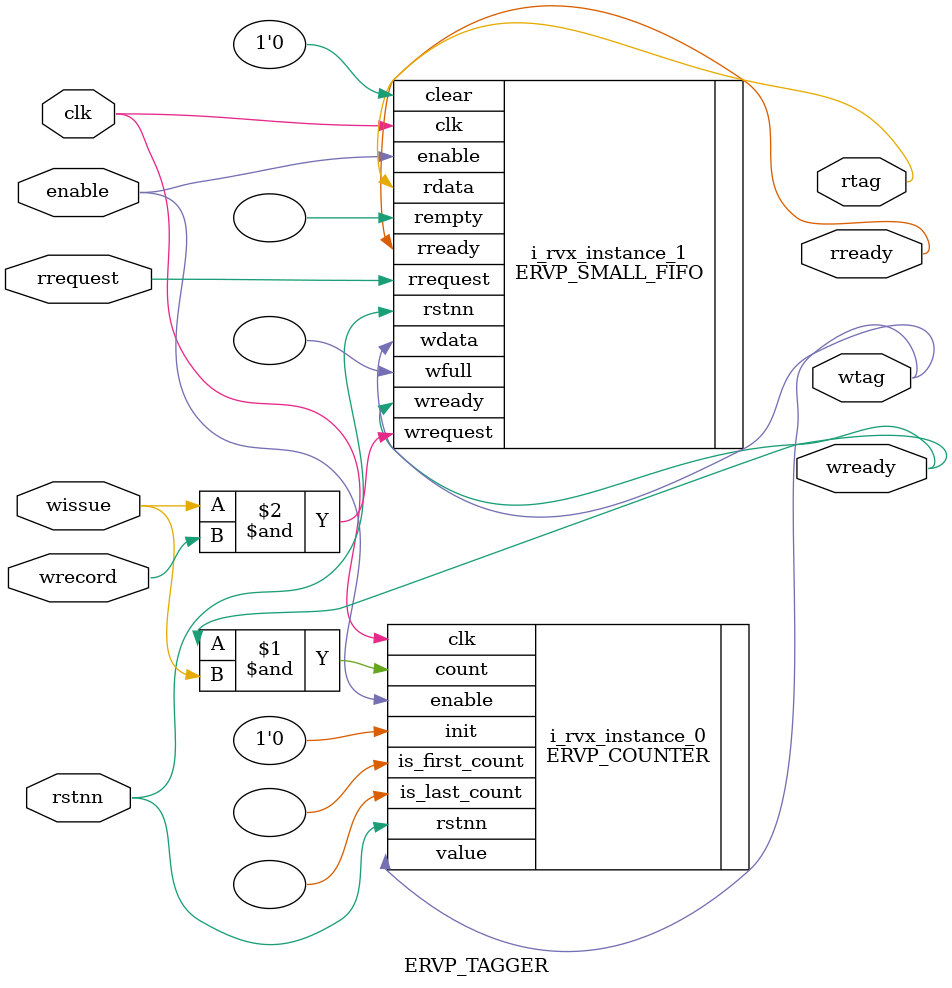
<source format=v>

`include "ervp_global.vh"


module ERVP_TAGGER
(
	clk,
  rstnn,
	enable,

  wready,
  wissue,
	wrecord,
	wtag,
	rready,
	rrequest,
	rtag
);


parameter BW_TAG = 1;
parameter DEPTH = 4;

input wire clk, rstnn;
input wire enable;

output wire wready;
input wire wissue;
input wire wrecord;
output wire [BW_TAG-1:0] wtag;

output wire rready;
input wire rrequest;
output wire [BW_TAG-1:0] rtag;

ERVP_COUNTER
#(
  .BW_COUNTER(BW_TAG),
  .CIRCULAR(1)
)
i_rvx_instance_0
(
	.clk(clk),
  .rstnn(rstnn),
	.enable(enable),
	.init(1'b 0),
  .count(wready&wissue),
	.value(wtag),
	.is_first_count(),
	.is_last_count()
);

ERVP_SMALL_FIFO
#(
  .BW_DATA(BW_TAG),
  .DEPTH(DEPTH)
)
i_rvx_instance_1
(
	.clk(clk),
  .rstnn(rstnn),
	.enable(enable),
  .clear(1'b 0),
	.wready(wready),
	.wfull(),
	.wrequest(wissue&wrecord),
	.wdata(wtag),
	.rready(rready),
	.rempty(),
	.rrequest(rrequest),
	.rdata(rtag)
);

endmodule

</source>
